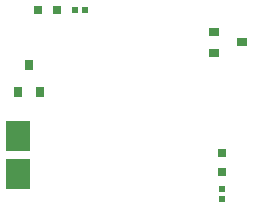
<source format=gtp>
G04*
G04 #@! TF.GenerationSoftware,Altium Limited,Altium Designer,18.1.11 (251)*
G04*
G04 Layer_Color=8421504*
%FSLAX25Y25*%
%MOIN*%
G70*
G01*
G75*
%ADD13R,0.03740X0.02559*%
%ADD14R,0.03150X0.03150*%
%ADD15R,0.02165X0.02362*%
%ADD16R,0.08071X0.09843*%
%ADD17R,0.03150X0.03150*%
%ADD18R,0.02362X0.02165*%
%ADD19R,0.02559X0.03740*%
D13*
X82973Y81379D02*
D03*
X73721Y77776D02*
D03*
Y84981D02*
D03*
D14*
X76198Y38188D02*
D03*
Y44488D02*
D03*
D15*
X76197Y32382D02*
D03*
Y29036D02*
D03*
D16*
X8366Y37560D02*
D03*
Y50158D02*
D03*
D17*
X21260Y92322D02*
D03*
X14961D02*
D03*
D18*
X30580Y92322D02*
D03*
X27234D02*
D03*
D19*
X12066Y73996D02*
D03*
X15669Y64744D02*
D03*
X8464D02*
D03*
M02*

</source>
